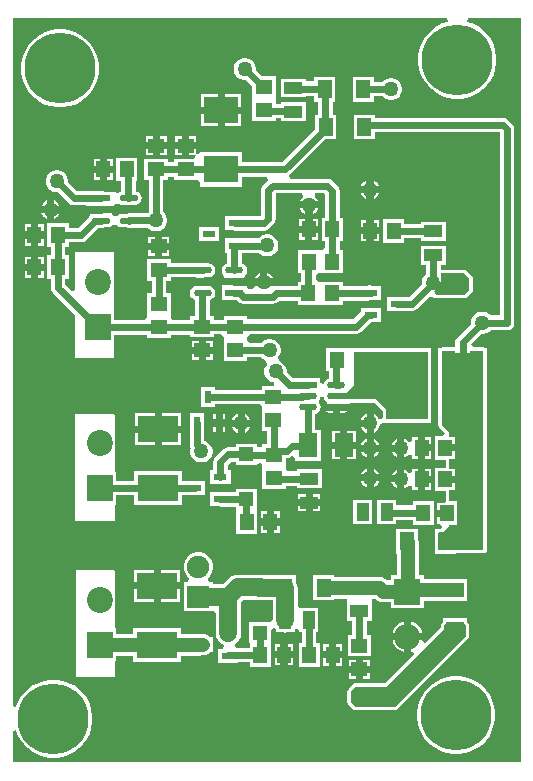
<source format=gtl>
%FSTAX24Y24*%
%MOIN*%
%SFA1B1*%

%IPPOS*%
%AMD26*
4,1,8,0.019200,0.011100,-0.019200,0.011100,-0.030300,0.000000,-0.030300,0.000000,-0.019200,-0.011100,0.019200,-0.011100,0.030300,0.000000,0.030300,0.000000,0.019200,0.011100,0.0*
1,1,0.022200,0.019200,0.000000*
1,1,0.022200,-0.019200,0.000000*
1,1,0.022200,-0.019200,0.000000*
1,1,0.022200,0.019200,0.000000*
%
%AMD28*
4,1,8,0.022400,0.009800,-0.022400,0.009800,-0.032200,0.000000,-0.032200,0.000000,-0.022400,-0.009800,0.022400,-0.009800,0.032200,0.000000,0.032200,0.000000,0.022400,0.009800,0.0*
1,1,0.019600,0.022400,0.000000*
1,1,0.019600,-0.022400,0.000000*
1,1,0.019600,-0.022400,0.000000*
1,1,0.019600,0.022400,0.000000*
%
%ADD25R,0.060600X0.022300*%
G04~CAMADD=26~8~0.0~0.0~606.0~223.0~111.0~0.0~15~0.0~0.0~0.0~0.0~0~0.0~0.0~0.0~0.0~0~0.0~0.0~0.0~0.0~606.0~223.0*
%ADD26D26*%
%ADD27R,0.064500X0.019700*%
G04~CAMADD=28~8~0.0~0.0~645.0~197.0~98.0~0.0~15~0.0~0.0~0.0~0.0~0~0.0~0.0~0.0~0.0~0~0.0~0.0~0.0~0.0~645.0~197.0*
%ADD28D28*%
%ADD29R,0.059100X0.039400*%
%ADD30R,0.039400X0.059100*%
%ADD31R,0.047200X0.059100*%
%ADD32R,0.059100X0.047200*%
%ADD33R,0.118100X0.090600*%
%ADD34R,0.137800X0.090600*%
%ADD35R,0.043300X0.023600*%
%ADD36R,0.023600X0.043300*%
%ADD37R,0.048000X0.047200*%
%ADD38R,0.137800X0.224400*%
%ADD39R,0.055100X0.047200*%
%ADD40R,0.047200X0.055100*%
%ADD41R,0.063000X0.078700*%
%ADD42R,0.047200X0.055100*%
%ADD43R,0.055100X0.047200*%
%ADD67C,0.023600*%
%ADD68C,0.047200*%
%ADD69C,0.059100*%
%ADD70C,0.236200*%
%ADD71C,0.074800*%
%ADD72R,0.074800X0.074800*%
%ADD73C,0.086600*%
%ADD74R,0.086600X0.086600*%
%ADD75C,0.050000*%
%LNpcb_iot_source-1*%
%LPD*%
G36*
X016929Y-00003D02*
X0D01*
Y001021*
X000118Y00104*
X000154Y000928*
X000247Y000746*
X000367Y000581*
X000512Y000436*
X000677Y000316*
X00086Y000223*
X001054Y00016*
X001256Y000128*
X001461*
X001663Y00016*
X001857Y000223*
X002039Y000316*
X002205Y000436*
X002349Y000581*
X002469Y000746*
X002562Y000928*
X002625Y001123*
X002657Y001325*
Y001529*
X002625Y001731*
X002562Y001926*
X002469Y002108*
X002349Y002274*
X002205Y002418*
X002039Y002538*
X001857Y002631*
X001663Y002694*
X001461Y002726*
X001256*
X001054Y002694*
X00086Y002631*
X000677Y002538*
X000512Y002418*
X000367Y002274*
X000247Y002108*
X000154Y001926*
X000118Y001815*
X0Y001833*
Y024774*
X014477*
X014496Y024656*
X014324Y0246*
X014142Y024507*
X013976Y024387*
X013832Y024242*
X013712Y024077*
X013619Y023894*
X013556Y0237*
X013524Y023498*
Y023293*
X013556Y023091*
X013619Y022897*
X013712Y022715*
X013832Y022549*
X013976Y022405*
X014142Y022284*
X014324Y022192*
X014519Y022128*
X014721Y022096*
X014925*
X015127Y022128*
X015322Y022192*
X015504Y022284*
X015669Y022405*
X015814Y022549*
X015934Y022715*
X016027Y022897*
X01609Y023091*
X016122Y023293*
Y023498*
X01609Y0237*
X016027Y023894*
X015934Y024077*
X015814Y024242*
X015669Y024387*
X015504Y024507*
X015322Y0246*
X01515Y024656*
X015168Y024774*
X016929*
Y-00003*
G37*
%LNpcb_iot_source-2*%
%LPC*%
G36*
X010754Y022825D02*
X010045D01*
Y022672*
X009764*
Y022766*
X008937*
Y022136*
X009764*
Y02219*
X010045*
Y021998*
X010178*
Y021565*
X010085*
Y021079*
X008981Y019975*
X007657*
Y020305*
X00624*
Y020278*
X006122Y02022*
Y020324*
Y020404*
X005886*
Y020207*
X006005*
X00611*
X006054Y020089*
X005374*
Y019975*
X005177*
Y020089*
X00439*
Y01938*
X004543*
Y018321*
X004499Y018277*
X003903*
X003878Y018282*
X003786Y018264*
X003768Y018252*
X003641*
X003556Y018235*
X003484Y018188*
X003474Y018173*
X003339*
X003298Y018278*
X003305Y018287*
X002588*
X002595Y018278*
X002551Y018165*
X002544Y018155*
X00218Y01779*
X00186*
Y017943*
X001152*
Y017156*
X001265*
Y01687*
X001152*
Y016083*
X001265*
Y015797*
X001283Y015705*
X001336Y015627*
X002077Y014886*
Y013455*
X003386*
Y014228*
X004478*
Y014114*
X005266*
Y014228*
X005925*
Y014144*
X006713*
Y014242*
X006944*
X007028Y014159*
Y014065*
Y014026*
Y013356*
X007815*
Y01347*
X008283*
X008337Y013416*
X008421Y013368*
X008434Y013364*
X00847Y013232*
X008465Y013228*
X008417Y013144*
X008392Y01305*
Y012954*
X008417Y01286*
X008465Y012776*
X008534Y012707*
X008618Y012659*
X008711Y012634*
X008702Y01252*
X008297*
Y012395*
X006752*
Y012477*
X00628*
Y012177*
X006275Y012154*
Y012143*
X00628Y012119*
Y011808*
X006752*
Y011913*
X008259*
X008297Y011811*
Y011732*
Y011024*
X00846*
Y010581*
X008317*
Y010473*
X008144*
Y010593*
X007427*
Y010479*
X007191*
X007099Y010461*
X007021Y010408*
X006756Y010144*
X006704Y010065*
X006685Y009973*
Y009716*
X006591*
Y009244*
X006903*
X006926Y009239*
X006949Y009244*
X007261*
Y009716*
X007167*
Y009874*
X007291Y009997*
X007427*
Y009884*
X008144*
Y009923*
X008262Y009963*
X008317Y009908*
Y009793*
Y009754*
Y009085*
X009104*
Y009188*
X009469*
Y009104*
X010295*
Y009734*
X009469*
Y00967*
X009188*
X009104Y009754*
Y009872*
Y009911*
Y010104*
X009134*
X009226Y010122*
X009301Y010172*
X009314Y01017*
X009419Y010122*
Y01003*
X010285*
Y011053*
X010085*
Y011579*
X010118Y011585*
X010194Y011636*
X010244Y011712*
X010262Y011801*
X010244Y011891*
X010194Y011967*
Y01201*
X010244Y012086*
X010255Y012138*
X01037*
X010381Y012111*
X010386Y012086*
X010413Y012045*
X010465Y011938*
X010452Y011919*
X011231*
X011238Y011931*
X011259Y011947*
X012066*
X01233Y011682*
Y011434*
X012222Y011397*
X012178Y011472*
X012117Y011533*
X012042Y011576*
X012033Y011578*
Y01127*
Y010961*
X012042Y010963*
X012117Y011007*
X012178Y011068*
X012222Y011143*
X012244Y011226*
Y011242*
X012343Y011289*
X012362*
X013957*
Y011406*
X013959Y011417*
Y013661*
X013957Y013673*
Y01377*
X013889*
X013885Y013773*
X013839Y013782*
X011949*
Y013789*
X01124*
X011161*
X010453*
Y013002*
X010547*
Y012772*
X010512Y012765*
X010436Y012715*
X010386Y012639*
X010376Y012589*
X010265Y0126*
X010258Y012616*
Y012779*
X009894*
X009836Y01279*
X009312*
X009128Y012974*
Y01305*
X009103Y013144*
X009054Y013228*
X008986Y013297*
X008902Y013345*
X008889Y013349*
X008853Y01348*
X008858Y013485*
X008906Y013569*
X008931Y013662*
Y013759*
X008906Y013853*
X008858Y013937*
X008789Y014005*
X008705Y014054*
X008611Y014079*
X008515*
X008421Y014054*
X008337Y014005*
X008283Y013951*
X007898*
X007815Y014035*
Y014144*
X007902Y014257*
X011456*
X011548Y014276*
X011626Y014328*
X011944Y014645*
X011965Y01465*
X012277*
Y015122*
X011965*
X011942Y015127*
X011844*
X01182Y015122*
X011607*
Y01499*
X011356Y014739*
X007815*
Y014852*
X007028*
Y014724*
X006713*
Y014852*
X00656*
Y015393*
X006614Y015404*
X00669Y015455*
X00674Y015531*
X006758Y01562*
X00674Y01571*
X00669Y015786*
X006614Y015836*
X006524Y015854*
X006367*
X006332Y015861*
X006326*
X006291Y015854*
X006141*
X006051Y015836*
X005975Y015786*
X005925Y01571*
X005907Y01562*
X005925Y015531*
X005975Y015455*
X006051Y015404*
X006078Y015399*
Y014852*
X005925*
Y014709*
X005349*
X005266Y014793*
Y014902*
Y014941*
Y01561*
X005113*
Y016029*
X005266*
Y016142*
X006078*
X006154Y016127*
X006332*
X006367Y016134*
X006524*
X006614Y016152*
X00669Y016203*
X00674Y016279*
X006758Y016368*
X00674Y016458*
X00669Y016534*
X006614Y016584*
X006524Y016602*
X006367*
X006332Y016609*
X006215*
X006139Y016624*
X005266*
Y016738*
X004478*
Y016029*
X004631*
Y01561*
X004478*
Y014941*
Y014823*
X004391Y014709*
X003386*
Y01502*
Y016968*
X003356Y016998*
X002077*
Y015721*
X001968Y015676*
X001747Y015897*
Y016083*
X00186*
Y01687*
X001747*
Y017156*
X00186*
Y017308*
X002279*
X002372Y017327*
X00245Y017379*
X002852Y017781*
X002923*
X003015Y017799*
X003027Y017807*
X003039Y017809*
X003041Y017811*
X00317*
X003255Y017828*
X003327Y017875*
X003337Y01789*
X003474*
X003484Y017875*
X003556Y017828*
X003641Y017811*
X00377*
X003772Y017809*
X003865Y017791*
X003868*
X003893Y017796*
X004509*
X004557Y017747*
X004641Y017698*
X004735Y017673*
X004832*
X004926Y017698*
X005009Y017747*
X005078Y017815*
X005126Y017899*
X005152Y017993*
Y01809*
X005126Y018183*
X005078Y018267*
X005024Y018321*
Y01938*
X005177*
Y019493*
X005374*
Y01938*
X006161*
X00624Y019294*
Y019163*
X007657*
Y019493*
X008489*
X008524Y019375*
X008492Y019353*
X008353Y019215*
X008301Y019137*
X008283Y019045*
Y01818*
X007398*
X007375Y018175*
X007064*
Y017703*
X007375*
X007398Y017698*
X008385*
X008477Y017716*
X008556Y017769*
X008694Y017907*
X008746Y017985*
X008764Y018077*
Y018942*
X009652*
X009684Y018824*
X00967Y018816*
X009609Y018755*
X009566Y01868*
X009563Y018671*
X010181*
X010178Y01868*
X010135Y018755*
X010074Y018816*
X01006Y018824*
X010092Y018942*
X010392*
X010419Y018916*
Y01813*
X010305*
Y017343*
X010414*
Y017141*
X01033Y017057*
X010217*
X010177*
X009508*
Y01627*
X009616*
Y015994*
X009498*
Y015841*
X00879*
X008763Y015866*
X008057*
X00806Y015857*
X007992Y015739*
X007827*
X007809Y01585*
X0078Y015876*
X007388*
X006976*
X006967Y01585*
Y015391*
X007304*
X007395Y015373*
X007429Y015379*
X007466*
X007518Y015328*
X007596Y015276*
X007688Y015257*
X00866*
X008752Y015276*
X00883Y015328*
X008862Y01536*
X009498*
Y015207*
X010167*
X010285*
X010325*
X010994*
Y01536*
X011818*
X01191Y015378*
X011921Y015385*
X011942*
X011965Y01539*
X012277*
Y015862*
X011965*
X011942Y015867*
X011844*
X01182Y015862*
X011607*
Y015841*
X010994*
Y015994*
X010325*
X010207*
X010111Y016073*
X010107Y016195*
X010182Y01627*
X010295*
X010335*
X011004*
Y017057*
X010895*
Y017343*
X011014*
Y01813*
X0109*
Y019016*
X010882Y019108*
X01083Y019186*
X010662Y019353*
X010584Y019406*
X010492Y019424*
X009254*
X009218Y019542*
X009251Y019564*
X010425Y020738*
X010793*
Y021565*
X01066*
Y021998*
X010754*
Y022825*
G37*
G36*
X012041D02*
X011333D01*
Y021998*
X012041*
Y022171*
X012329*
X012382Y022117*
X012466Y022068*
X01256Y022043*
X012657*
X01275Y022068*
X012834Y022117*
X012903Y022185*
X012951Y022269*
X012976Y022363*
Y02246*
X012951Y022554*
X012903Y022637*
X012834Y022706*
X01275Y022754*
X012657Y02278*
X01256*
X012466Y022754*
X012382Y022706*
X012329Y022652*
X012041*
Y022825*
G37*
G36*
X007618Y022234D02*
X007067D01*
Y021821*
X007618*
Y022234*
G37*
G36*
X006831D02*
X00628D01*
Y021821*
X006831*
Y022234*
G37*
G36*
X001677Y0244D02*
X001473D01*
X001271Y024368*
X001076Y024304*
X000894Y024212*
X000728Y024091*
X000584Y023947*
X000464Y023781*
X000371Y023599*
X000308Y023405*
X000276Y023203*
Y022998*
X000308Y022796*
X000371Y022602*
X000464Y022419*
X000584Y022254*
X000728Y022109*
X000894Y021989*
X001076Y021896*
X001271Y021833*
X001473Y021801*
X001677*
X001879Y021833*
X002074Y021896*
X002256Y021989*
X002421Y022109*
X002566Y022254*
X002686Y022419*
X002779Y022602*
X002842Y022796*
X002874Y022998*
Y023203*
X002842Y023405*
X002779Y023599*
X002686Y023781*
X002566Y023947*
X002421Y024091*
X002256Y024212*
X002074Y024304*
X001879Y024368*
X001677Y0244*
G37*
G36*
X007785Y023449D02*
X007688D01*
X007594Y023424*
X00751Y023375*
X007442Y023307*
X007393Y023223*
X007368Y023129*
Y023032*
X007393Y022939*
X007442Y022855*
X00751Y022786*
X007594Y022738*
X007688Y022713*
X007764*
X007972Y022504*
Y022175*
Y022057*
Y022018*
Y021348*
X00876*
Y021442*
X008937*
Y021348*
X009764*
Y021978*
X008937*
Y021924*
X00876*
Y022136*
Y022175*
Y022844*
X008313*
X008104Y023053*
Y023129*
X008079Y023223*
X008031Y023307*
X007962Y023375*
X007878Y023424*
X007785Y023449*
G37*
G36*
X007618Y021585D02*
X007067D01*
Y021171*
X007618*
Y021585*
G37*
G36*
X006831D02*
X00628D01*
Y021171*
X006831*
Y021585*
G37*
G36*
X005138Y020837D02*
X004902D01*
Y02064*
X005138*
Y020837*
G37*
G36*
X004665D02*
X004429D01*
Y02064*
X004665*
Y020837*
G37*
G36*
X006122D02*
X005886D01*
Y02064*
X006122*
Y020837*
G37*
G36*
X00565D02*
X005413D01*
Y02064*
X00565*
Y020837*
G37*
G36*
X005138Y020404D02*
X004902D01*
Y020207*
X005138*
Y020404*
G37*
G36*
X004665D02*
X004429D01*
Y020207*
X004665*
Y020404*
G37*
G36*
X00565D02*
X005413D01*
Y020207*
X00565*
Y020404*
G37*
G36*
X003327Y020089D02*
X00313D01*
Y019852*
X003327*
Y020089*
G37*
G36*
X002894D02*
X002697D01*
Y019852*
X002894*
Y020089*
G37*
G36*
X003327Y019616D02*
X00313D01*
Y01938*
X003327*
Y019616*
G37*
G36*
X002894D02*
X002697D01*
Y01938*
X002894*
Y019616*
G37*
G36*
X012028Y019374D02*
Y019183D01*
X012218*
X012216Y019192*
X012173Y019267*
X012111Y019328*
X012036Y019371*
X012028Y019374*
G37*
G36*
X011791D02*
X011783Y019371D01*
X011708Y019328*
X011646Y019267*
X011603Y019192*
X011601Y019183*
X011791*
Y019374*
G37*
G36*
X004154Y020128D02*
X003445D01*
Y019341*
X003616*
Y018995*
X003556Y018984*
X003505Y018949*
X003419Y018976*
X003387Y018996*
X003383*
X003047*
X003039Y019002*
X002946Y01902*
X002137*
X001844Y019313*
Y019389*
X001819Y019483*
X001771Y019567*
X001702Y019635*
X001618Y019684*
X001525Y019709*
X001428*
X001334Y019684*
X00125Y019635*
X001182Y019567*
X001133Y019483*
X001108Y019389*
Y019292*
X001133Y019198*
X001182Y019115*
X00125Y019046*
X001334Y018998*
X001428Y018972*
X001504*
X001867Y018609*
X001945Y018557*
X002037Y018539*
X002457*
X002474Y018527*
X002477Y018524*
X003372*
X003387Y018563*
X003419Y018583*
X003505Y01861*
X003556Y018576*
X003641Y018559*
X003765*
X003768Y018557*
X00386Y018539*
X003865*
X003957Y018557*
X003959Y018559*
X004089*
X004173Y018576*
X004245Y018623*
X004293Y018695*
X004309Y01878*
X004293Y018864*
X004245Y018936*
X004173Y018984*
X004097Y018999*
Y019341*
X004154*
Y020128*
G37*
G36*
X012218Y018947D02*
X012028D01*
Y018756*
X012036Y018759*
X012111Y018802*
X012173Y018863*
X012216Y018938*
X012218Y018947*
G37*
G36*
X011791D02*
X011601D01*
X011603Y018938*
X011646Y018863*
X011708Y018802*
X011783Y018759*
X011791Y018756*
Y018947*
G37*
G36*
X001378Y018704D02*
Y018514D01*
X001569*
X001566Y018523*
X001523Y018598*
X001462Y018659*
X001387Y018702*
X001378Y018704*
G37*
G36*
X001142D02*
X001133Y018702D01*
X001058Y018659*
X000997Y018598*
X000953Y018523*
X000951Y018514*
X001142*
Y018704*
G37*
G36*
X010181Y018435D02*
X00999D01*
Y018244*
X009999Y018247*
X010074Y01829*
X010135Y018351*
X010178Y018426*
X010181Y018435*
G37*
G36*
X009754D02*
X009563D01*
X009566Y018426*
X009609Y018351*
X00967Y01829*
X009745Y018247*
X009754Y018244*
Y018435*
G37*
G36*
X001569Y018278D02*
X001378D01*
Y018087*
X001387Y018089*
X001462Y018133*
X001523Y018194*
X001566Y018269*
X001569Y018278*
G37*
G36*
X001142D02*
X000951D01*
X000953Y018269*
X000997Y018194*
X001058Y018133*
X001133Y018089*
X001142Y018087*
Y018278*
G37*
G36*
X010187Y018091D02*
X00999D01*
Y017854*
X010187*
Y018091*
G37*
G36*
X009754D02*
X009557D01*
Y017854*
X009754*
Y018091*
G37*
G36*
X012224Y018041D02*
X012028D01*
Y017805*
X012224*
Y018041*
G37*
G36*
X011791D02*
X011594D01*
Y017805*
X011791*
Y018041*
G37*
G36*
X001033Y017904D02*
X000837D01*
Y017667*
X001033*
Y017904*
G37*
G36*
X0006D02*
X000404D01*
Y017667*
X0006*
Y017904*
G37*
G36*
X010187Y017618D02*
X00999D01*
Y017382*
X010187*
Y017618*
G37*
G36*
X009754D02*
X009557D01*
Y017382*
X009754*
Y017618*
G37*
G36*
X013051Y018081D02*
X012343D01*
Y017293*
X013051*
Y017436*
X013612*
Y017352*
X014439*
Y017982*
X013612*
Y017918*
X013051*
Y018081*
G37*
G36*
X012224Y017569D02*
X012028D01*
Y017333*
X012224*
Y017569*
G37*
G36*
X011791D02*
X011594D01*
Y017333*
X011791*
Y017569*
G37*
G36*
X006873Y017805D02*
X006204D01*
Y017333*
X006873*
Y017805*
G37*
G36*
X005226Y017486D02*
X00499D01*
Y017289*
X005226*
Y017486*
G37*
G36*
X004754D02*
X004518D01*
Y017289*
X004754*
Y017486*
G37*
G36*
X001033Y017431D02*
X000837D01*
Y017195*
X001033*
Y017431*
G37*
G36*
X0006D02*
X000404D01*
Y017195*
X0006*
Y017431*
G37*
G36*
X005226Y017053D02*
X00499D01*
Y016856*
X005226*
Y017053*
G37*
G36*
X004754D02*
X004518D01*
Y016856*
X004754*
Y017053*
G37*
G36*
X008533Y017573D02*
X008436D01*
X008342Y017548*
X008258Y017499*
X008199Y01744*
X007393*
X00737Y017435*
X007064*
Y016963*
X007152*
Y016593*
X007107Y016584*
X007031Y016534*
X00698Y016458*
X006962Y016368*
X00698Y016279*
X007007Y016238*
X007059Y016131*
X007047Y016112*
X007388*
X007729*
X007717Y016131*
X007769Y016238*
X007796Y016279*
X007814Y016368*
X007796Y016458*
X007745Y016534*
X007669Y016584*
X007634Y016591*
Y016958*
X00821*
X008258Y01691*
X008342Y016862*
X008436Y016837*
X008533*
X008626Y016862*
X00871Y01691*
X008779Y016979*
X008827Y017063*
X008852Y017156*
Y017253*
X008827Y017347*
X008779Y017431*
X00871Y017499*
X008626Y017548*
X008533Y017573*
G37*
G36*
X001033Y016831D02*
X000837D01*
Y016594*
X001033*
Y016831*
G37*
G36*
X0006D02*
X000404D01*
Y016594*
X0006*
Y016831*
G37*
G36*
X001033Y016358D02*
X000837D01*
Y016122*
X001033*
Y016358*
G37*
G36*
X0006D02*
X000404D01*
Y016122*
X0006*
Y016358*
G37*
G36*
X008484Y016293D02*
Y016102D01*
X008675*
X008672Y016111*
X008629Y016186*
X008568Y016247*
X008493Y016291*
X008484Y016293*
G37*
G36*
X008248D02*
X008239Y016291D01*
X008164Y016247*
X008103Y016186*
X00806Y016111*
X008057Y016102*
X008248*
Y016293*
G37*
G36*
X014439Y017195D02*
X013612D01*
Y016565*
X013785*
Y016252*
X01377Y016243*
X013701Y016175*
X013653Y016091*
X013628Y015997*
Y015921*
X013203Y015497*
X012802*
X012779Y015492*
X012467*
Y01502*
X012779*
X012802Y015015*
X013303*
X013395Y015033*
X013473Y015086*
X013884Y015496*
X014018Y015476*
X014042Y01546*
X014057Y01545*
X014103Y015441*
X015059*
X015105Y01545*
X015144Y015476*
X015302Y015633*
X015328Y015672*
X015337Y015718*
Y015719*
Y016112*
X015328Y016158*
X015302Y016197*
X015144Y016355*
X015105Y016381*
X015059Y01639*
X014266*
Y016565*
X014439*
Y017195*
G37*
G36*
X012081Y021565D02*
X011372D01*
Y020738*
X012081*
Y02098*
X016236*
Y014867*
X015929*
X015876Y014921*
X015792Y014969*
X015698Y014994*
X015601*
X015508Y014969*
X015424Y014921*
X015355Y014852*
X015307Y014768*
X015281Y014674*
Y014598*
X01483Y014147*
X014777Y014069*
X014759Y013976*
Y013802*
X014311*
X014265Y013792*
X014231Y01377*
X014193*
Y013693*
X014191Y013681*
Y01122*
X0142Y011174*
X014226Y011135*
X014397Y010965*
X014348Y010846*
X014065*
Y010059*
X014437*
Y009793*
X014065*
Y009006*
X014437*
Y008671*
X014404Y008632*
X014154*
Y008396*
X014469*
Y008159*
X014154*
Y007923*
X014254*
X014308Y007805*
X014262Y007746*
X014075*
Y00762*
X014072Y007608*
Y007057*
X014075Y007045*
Y006919*
X014783*
Y006937*
X015689*
X015735Y006946*
X015774Y006972*
X0158Y007011*
X015809Y007057*
Y013681*
X015807Y013693*
Y01377*
X015769*
X015735Y013792*
X015689Y013802*
X015333*
X015284Y01392*
X015622Y014258*
X015698*
X015792Y014283*
X015876Y014331*
X015929Y014385*
X016432*
X016476Y014376*
X016569Y014395*
X016647Y014447*
X016699Y014525*
X016717Y014617*
Y021082*
X016699Y021174*
X016647Y021252*
X016508Y021391*
X01643Y021443*
X016338Y021461*
X012081*
Y021565*
G37*
G36*
X006673Y014026D02*
X006437D01*
Y013829*
X006673*
Y014026*
G37*
G36*
X006201D02*
X005965D01*
Y013829*
X006201*
Y014026*
G37*
G36*
X006673Y013593D02*
X006437D01*
Y013396*
X006673*
Y013593*
G37*
G36*
X006201D02*
X005965D01*
Y013396*
X006201*
Y013593*
G37*
G36*
X011135Y011683D02*
X010912D01*
Y011607*
X010985*
X011059Y011622*
X011122Y011664*
X011135Y011683*
G37*
G36*
X010675D02*
X010452D01*
X010465Y011664*
X010528Y011622*
X010602Y011607*
X010675*
Y011683*
G37*
G36*
X007083Y011578D02*
X007004D01*
Y011401*
X007083*
Y011578*
G37*
G36*
X006768D02*
X006689D01*
Y011401*
X006768*
Y011578*
G37*
G36*
X011797D02*
X011788Y011576D01*
X011714Y011533*
X011652Y011472*
X011609Y011397*
X011607Y011388*
X011797*
Y011578*
G37*
G36*
X007736D02*
Y011388D01*
X007927*
X007924Y011397*
X007881Y011472*
X00782Y011533*
X007745Y011576*
X007736Y011578*
G37*
G36*
X0075D02*
X007491Y011576D01*
X007416Y011533*
X007355Y011472*
X007312Y011397*
X007309Y011388*
X0075*
Y011578*
G37*
G36*
X00562Y01161D02*
X00497D01*
Y011197*
X00562*
Y01161*
G37*
G36*
X004734D02*
X004085D01*
Y011197*
X004734*
Y01161*
G37*
G36*
X007083Y011164D02*
X007004D01*
Y010987*
X007083*
Y011164*
G37*
G36*
X006768D02*
X006689D01*
Y010987*
X006768*
Y011164*
G37*
G36*
X011797Y011152D02*
X011607D01*
X011609Y011143*
X011652Y011068*
X011714Y011007*
X011788Y010963*
X011797Y010961*
Y011152*
G37*
G36*
X007927D02*
X007736D01*
Y010961*
X007745Y010963*
X00782Y011007*
X007881Y011068*
X007924Y011143*
X007927Y011152*
G37*
G36*
X0075D02*
X007309D01*
X007312Y011143*
X007355Y011068*
X007416Y011007*
X007491Y010963*
X0075Y010961*
Y011152*
G37*
G36*
X011427Y011014D02*
X011152D01*
Y010659*
X011427*
Y011014*
G37*
G36*
X010915D02*
X01064D01*
Y010659*
X010915*
Y011014*
G37*
G36*
X013514Y010807D02*
X013317D01*
Y010672*
X013199Y01064*
X013196Y010645*
X013135Y010706*
X01306Y010749*
X013051Y010752*
Y010443*
Y010134*
X01306Y010137*
X013135Y01018*
X013196Y010241*
X013199Y010246*
X013317Y010214*
Y010098*
X013514*
Y010453*
Y010807*
G37*
G36*
X013947D02*
X01375D01*
Y010571*
X013947*
Y010807*
G37*
G36*
X012815Y010752D02*
X012806Y010749D01*
X012731Y010706*
X01267Y010645*
X012627Y01057*
X012624Y010561*
X012815*
Y010752*
G37*
G36*
X012033D02*
Y010561D01*
X012224*
X012222Y01057*
X012178Y010645*
X012117Y010706*
X012042Y010749*
X012033Y010752*
G37*
G36*
X011797D02*
X011788Y010749D01*
X011714Y010706*
X011652Y010645*
X011609Y01057*
X011607Y010561*
X011797*
Y010752*
G37*
G36*
X00562Y010961D02*
X00497D01*
Y010547*
X00562*
Y010961*
G37*
G36*
X004734D02*
X004085D01*
Y010547*
X004734*
Y010961*
G37*
G36*
X012815Y010325D02*
X012624D01*
X012627Y010316*
X01267Y010241*
X012731Y01018*
X012806Y010137*
X012815Y010134*
Y010325*
G37*
G36*
X012224D02*
X012033D01*
Y010134*
X012042Y010137*
X012117Y01018*
X012178Y010241*
X012222Y010316*
X012224Y010325*
G37*
G36*
X011797D02*
X011607D01*
X011609Y010316*
X011652Y010241*
X011714Y01018*
X011788Y010137*
X011797Y010134*
Y010325*
G37*
G36*
X013947Y010335D02*
X01375D01*
Y010098*
X013947*
Y010335*
G37*
G36*
X011427Y010423D02*
X011152D01*
Y010069*
X011427*
Y010423*
G37*
G36*
X010915D02*
X01064D01*
Y010069*
X010915*
Y010423*
G37*
G36*
X006382Y011617D02*
X00591D01*
Y011306*
X005905Y011283*
Y010554*
X005923Y010461*
X00594Y010437*
X005925Y010383*
Y010286*
X00595Y010193*
X005999Y010109*
X006067Y01004*
X006151Y009992*
X006245Y009967*
X006342*
X006435Y009992*
X006519Y01004*
X006588Y010109*
X006636Y010193*
X006661Y010286*
Y010383*
X006636Y010477*
X006588Y010561*
X006519Y010629*
X006435Y010678*
X006387Y010691*
Y011283*
X006382Y011306*
Y011617*
G37*
G36*
X013514Y009754D02*
X013317D01*
Y009648*
X013199Y009616*
X013196Y009621*
X013135Y009682*
X01306Y009726*
X013051Y009728*
Y009419*
Y009111*
X01306Y009113*
X013135Y009156*
X013196Y009217*
X013199Y009222*
X013317Y00919*
Y009045*
X013514*
Y0094*
Y009754*
G37*
G36*
X012033Y009767D02*
Y009577D01*
X012224*
X012222Y009586*
X012178Y009661*
X012117Y009722*
X012042Y009765*
X012033Y009767*
G37*
G36*
X011797D02*
X011788Y009765D01*
X011714Y009722*
X011652Y009661*
X011609Y009586*
X011607Y009577*
X011797*
Y009767*
G37*
G36*
X012815Y009728D02*
X012806Y009726D01*
X012731Y009682*
X01267Y009621*
X012627Y009546*
X012624Y009537*
X012815*
Y009728*
G37*
G36*
X013947Y009754D02*
X01375D01*
Y009518*
X013947*
Y009754*
G37*
G36*
X012224Y009341D02*
X012033D01*
Y00915*
X012042Y009152*
X012117Y009196*
X012178Y009257*
X012222Y009332*
X012224Y009341*
G37*
G36*
X011797D02*
X011607D01*
X011609Y009332*
X011652Y009257*
X011714Y009196*
X011788Y009152*
X011797Y00915*
Y009341*
G37*
G36*
X012815Y009301D02*
X012624D01*
X012627Y009292*
X01267Y009217*
X012731Y009156*
X012806Y009113*
X012815Y009111*
Y009301*
G37*
G36*
X013947Y009281D02*
X01375D01*
Y009045*
X013947*
Y009281*
G37*
G36*
X010256Y008907D02*
X01D01*
Y00875*
X010256*
Y008907*
G37*
G36*
X009764D02*
X009508D01*
Y00875*
X009764*
Y008907*
G37*
G36*
X003366Y011575D02*
X002087D01*
Y008031*
X003396*
Y008559*
X003455*
Y008869*
X004045*
Y008539*
X005659*
Y008869*
X006066*
X006089Y008874*
X006401*
Y009346*
X006089*
X006066Y009351*
X005659*
Y009681*
X004045*
Y009351*
X003455*
Y009661*
X003396*
Y010469*
X003415Y010543*
Y010678*
X003396Y010751*
Y011545*
X003366Y011575*
G37*
G36*
X010256Y008514D02*
X01D01*
Y008356*
X010256*
Y008514*
G37*
G36*
X009764D02*
X009508D01*
Y008356*
X009764*
Y008514*
G37*
G36*
X008898Y008337D02*
X008701D01*
Y0081*
X008898*
Y008337*
G37*
G36*
X008465D02*
X008268D01*
Y0081*
X008465*
Y008337*
G37*
G36*
X011988Y00873D02*
X011358D01*
Y007904*
X011988*
Y00873*
G37*
G36*
X012776D02*
X012146D01*
Y007904*
X012776*
Y008056*
X013327*
Y007884*
X014035*
Y008671*
X013327*
Y008538*
X012776*
Y00873*
G37*
G36*
X008898Y007864D02*
X008701D01*
Y007628*
X008898*
Y007864*
G37*
G36*
X008465D02*
X008268D01*
Y007628*
X008465*
Y007864*
G37*
G36*
X008144Y009093D02*
X007427D01*
Y008981*
X006926*
X006903Y008976*
X006591*
Y008504*
X006903*
X006926Y008499*
X007427*
Y008384*
X007441Y008376*
Y007589*
X00815*
Y008376*
X008144Y008384*
Y009093*
G37*
G36*
X013496Y007746D02*
X012787D01*
Y007356*
X012784Y007333*
X012787Y007309*
Y006919*
X012812*
Y006215*
X012608*
Y00606*
X01249Y006037*
X012485Y006042*
X012411Y006099*
X012325Y006135*
X012232Y006147*
X010726*
Y006203*
X010018*
Y005813*
X010015Y005789*
X010018Y005766*
Y005376*
X010726*
Y005432*
X011134*
X011142Y005317*
Y005314*
Y004687*
X011314*
Y004213*
X011161*
Y003504*
X011949*
Y004213*
X011796*
Y004687*
X011968*
Y005314*
Y005317*
X011975Y005412*
X012094Y005423*
X012106Y005411*
X01218Y005354*
X012266Y005318*
X012358Y005306*
X012608*
Y005112*
X013711*
Y005361*
X014744*
X014767Y005364*
X015157*
Y006073*
X014767*
X014744Y006076*
X013711*
Y006215*
X013527*
Y007305*
X013514Y007398*
X013496Y007442*
Y007746*
G37*
G36*
X005581Y006388D02*
X004931D01*
Y005974*
X005581*
Y006388*
G37*
G36*
X004695D02*
X004045D01*
Y005974*
X004695*
Y006388*
G37*
G36*
X005581Y005738D02*
X004931D01*
Y005325*
X005581*
Y005738*
G37*
G36*
X004695D02*
X004045D01*
Y005325*
X004695*
Y005738*
G37*
G36*
X013278Y004662D02*
Y004281D01*
X013658*
X013636Y004361*
X013569Y004478*
X013474Y004573*
X013357Y00464*
X013278Y004662*
G37*
G36*
X013041D02*
X012962Y00464D01*
X012845Y004573*
X01275Y004478*
X012683Y004361*
X012661Y004281*
X013041*
Y004662*
G37*
G36*
X015157Y004785D02*
X014331D01*
Y004649*
X014305Y004623*
X014279Y004583*
X014269Y004537*
Y004469*
X013756Y003956*
X01365Y004017*
X013658Y004045*
X013278*
Y003665*
X013306Y003673*
X013367Y003567*
X012411Y002611*
X011437*
X011391Y002601*
X011352Y002575*
X011194Y002418*
X011168Y002379*
X011159Y002333*
Y001978*
X011168Y001932*
X011194Y001893*
X011352Y001736*
X011391Y00171*
X011437Y0017*
X012736*
X012782Y00171*
X012821Y001736*
X015184Y004098*
X01521Y004137*
X015219Y004183*
Y004537*
X01521Y004583*
X015184Y004623*
X015157Y004649*
Y004785*
G37*
G36*
X009359Y003908D02*
X009162D01*
Y003672*
X009359*
Y003908*
G37*
G36*
X008926D02*
X008729D01*
Y003672*
X008926*
Y003908*
G37*
G36*
X010984Y003907D02*
X010787D01*
Y003671*
X010984*
Y003907*
G37*
G36*
X010551D02*
X010354D01*
Y003671*
X010551*
Y003907*
G37*
G36*
X013041Y004045D02*
X012661D01*
X012683Y003966*
X01275Y003849*
X012845Y003754*
X012962Y003686*
X013041Y003665*
Y004045*
G37*
G36*
X003376Y006368D02*
X002096D01*
Y002825*
X003406*
Y003333*
X003455*
Y003526*
X004006*
Y003317*
X00562*
Y00353*
X006224*
X006298Y00354*
X006332*
X006424Y003552*
X00651Y003588*
X006585Y003645*
X006597Y003661*
X006666*
Y00378*
X006677Y003805*
X006689Y003898*
X006677Y00399*
X006666Y004016*
Y004134*
X006597*
X006585Y00415*
X00651Y004207*
X006424Y004243*
X006332Y004255*
X006233*
X006159Y004245*
X00562*
Y004459*
X004006*
Y004241*
X003455*
Y004435*
X003406*
Y00528*
X003415Y005316*
Y005451*
X003406Y005488*
Y006339*
X003376Y006368*
G37*
G36*
X009359Y003436D02*
X009162D01*
Y0032*
X009359*
Y003436*
G37*
G36*
X008926D02*
X008729D01*
Y0032*
X008926*
Y003436*
G37*
G36*
X010984Y003435D02*
X010787D01*
Y003199*
X010984*
Y003435*
G37*
G36*
X010551D02*
X010354D01*
Y003199*
X010551*
Y003435*
G37*
G36*
X011909Y003386D02*
X011673D01*
Y003189*
X011909*
Y003386*
G37*
G36*
X011437D02*
X011201D01*
Y003189*
X011437*
Y003386*
G37*
G36*
X006256Y006988D02*
X006126D01*
X006001Y006955*
X005889Y00689*
X005797Y006798*
X005732Y006686*
X005699Y006561*
Y006431*
X005732Y006306*
X005797Y006194*
X005885Y006106*
X005884Y006088*
X00585Y005988*
X005699*
Y005004*
X006683*
X006775Y00494*
Y004268*
X006789Y00416*
X006831Y004059*
X006897Y003973*
X006983Y003907*
X007043Y003882*
X007019Y003764*
X006857*
Y003291*
X007526*
Y003316*
X007902*
Y00316*
X008611*
Y003948*
X008606*
Y004395*
X008724Y004447*
X00877Y004405*
Y004301*
X009058*
X009085Y004298*
X009112Y004301*
X0094*
Y004406*
X009458Y004443*
X009557Y004384*
Y004301*
X009636*
Y003947*
X009528*
Y003159*
X010236*
Y003947*
X010118*
Y004301*
X010187*
Y005128*
X00962*
X009557*
X009502Y005223*
Y005789*
X009487Y005897*
X009446Y005998*
X009439Y006007*
Y006203*
X009112*
X009085Y006206*
X008347*
X008338Y00621*
X00823Y006224*
X00751*
X007402Y00621*
X007301Y006168*
X007215Y006102*
X007019Y005906*
X006683*
Y005988*
X006532*
X006498Y006088*
X006497Y006106*
X006585Y006194*
X00665Y006306*
X006683Y006431*
Y006561*
X00665Y006686*
X006585Y006798*
X006493Y00689*
X006381Y006955*
X006256Y006988*
G37*
G36*
X011909Y002953D02*
X011673D01*
Y002756*
X011909*
Y002953*
G37*
G36*
X011437D02*
X011201D01*
Y002756*
X011437*
Y002953*
G37*
G36*
X014886Y002844D02*
X014681D01*
X014479Y002812*
X014285Y002749*
X014103Y002656*
X013937Y002536*
X013792Y002392*
X013672Y002226*
X013579Y002044*
X013516Y00185*
X013484Y001648*
Y001443*
X013516Y001241*
X013579Y001047*
X013672Y000864*
X013792Y000699*
X013937Y000554*
X014103Y000434*
X014285Y000341*
X014479Y000278*
X014681Y000246*
X014886*
X015088Y000278*
X015282Y000341*
X015464Y000434*
X01563Y000554*
X015774Y000699*
X015895Y000864*
X015987Y001047*
X016051Y001241*
X016083Y001443*
Y001648*
X016051Y00185*
X015987Y002044*
X015895Y002226*
X015774Y002392*
X01563Y002536*
X015464Y002656*
X015282Y002749*
X015088Y002812*
X014886Y002844*
G37*
%LNpcb_iot_source-3*%
%LPD*%
G36*
X013839Y011417D02*
X012451D01*
Y011732*
X012116Y012067*
X010689*
Y012283*
X011112*
X011368Y012539*
Y013661*
X013839*
Y011417*
G37*
G36*
X015217Y016112D02*
Y015718D01*
X015059Y015561*
X014103*
X014058Y01567*
X014166Y015779*
X014219Y015857*
X014224Y015883*
X014248Y01592*
X014266Y016012*
Y01627*
X015059*
X015217Y016112*
G37*
G36*
X015689Y007057D02*
X014193D01*
Y007608*
X014331*
X014557Y007835*
Y007884*
X014823*
Y008671*
X014557*
Y009045*
X014734*
Y009281*
X014419*
Y009518*
X014734*
Y009754*
X014557*
Y010098*
X014734*
Y010335*
X014419*
Y010571*
X014734*
Y010807*
X014557*
Y010974*
X014311Y01122*
Y013681*
X014759*
Y01253*
X014777Y012437*
X01483Y012359*
X014908Y012307*
X015Y012289*
X015092Y012307*
X01517Y012359*
X015223Y012437*
X015241Y01253*
Y013681*
X015689*
Y007057*
G37*
G36*
X015098Y004537D02*
Y004183D01*
X012736Y001821*
X011437*
X01128Y001978*
Y002333*
X011437Y00249*
X012461*
X01439Y004419*
Y004537*
X014508Y004656*
X01498*
X015098Y004537*
G37*
G36*
X00814Y005387D02*
X008248Y005372D01*
X008668*
Y004736*
X008642Y004698*
X008558Y004644*
X00789*
Y003935*
X007902*
Y003798*
X007446*
X007414Y003873*
X007413Y003916*
X007487Y003973*
X007553Y004059*
X007595Y00416*
X007609Y004268*
Y005316*
X007683Y00539*
X008132*
X00814Y005387*
G37*
G54D25*
X009836Y012549D03*
X007388Y01562D03*
G54D26*
X009836Y012175D03*
Y011801D03*
X010793D03*
Y012175D03*
Y012549D03*
X006332Y01562D03*
Y016368D03*
X007388D03*
Y015994D03*
G54D27*
X002946Y01878D03*
G54D28*
X002946Y018406D03*
Y018032D03*
X003865D03*
Y01878D03*
G54D29*
X009882Y008632D03*
Y009419D03*
X00935Y021663D03*
Y022451D03*
X011555Y005002D03*
Y005789D03*
X014026Y01688D03*
Y017667D03*
G54D30*
X012461Y008317D03*
X011673D03*
X009872Y004715D03*
X009085D03*
G54D31*
X010439Y021152D03*
X011726D03*
X0104Y022411D03*
X011687D03*
X013142Y007333D03*
X014429D03*
X010372Y005789D03*
X009085D03*
G54D32*
X014744Y005719D03*
Y004431D03*
G54D33*
X006949Y021703D03*
Y019734D03*
G54D34*
X004852Y00911D03*
Y011079D03*
X004813Y003888D03*
Y005856D03*
G54D35*
X006066Y00911D03*
X006926Y00948D03*
Y00874D03*
X012802Y015256D03*
X011942Y014886D03*
Y015626D03*
X006332Y003898D03*
X007192Y004268D03*
Y003528D03*
X006539Y017569D03*
X007398Y017939D03*
Y017199D03*
G54D36*
X006516Y012143D03*
X006886Y011283D03*
X006146D03*
G54D37*
X007785Y010238D03*
Y008738D03*
X008248Y005789D03*
Y004289D03*
G54D38*
X015Y01253D03*
X01315D03*
G54D39*
X008691Y011378D03*
Y012165D03*
X008711Y010226D03*
Y009439D03*
X008366Y021703D03*
Y02249D03*
X007421Y014498D03*
Y013711D03*
X004872Y014468D03*
Y015256D03*
Y016383D03*
Y017171D03*
X011555Y003858D03*
Y003071D03*
G54D40*
X013681Y008278D03*
X014468D03*
X007795Y007982D03*
X008583D03*
X003799Y019734D03*
X003012D03*
X01064Y0156D03*
X009852D03*
X012697Y017687D03*
X011909D03*
X01065Y016663D03*
X009862D03*
X010659Y017736D03*
X009872D03*
X009882Y003553D03*
X010669D03*
X008257Y003554D03*
X009044D03*
G54D41*
X009852Y010541D03*
X011033D03*
G54D42*
X010807Y013396D03*
X011594D03*
X014419Y010453D03*
X013632D03*
X014419Y0094D03*
X013632D03*
X001506Y016476D03*
X000719D03*
X001506Y017549D03*
X000719D03*
G54D43*
X004783Y019734D03*
Y020522D03*
X005768Y019734D03*
Y020522D03*
X006319Y014498D03*
Y013711D03*
G54D67*
X006171Y006594D02*
X006191Y006575D01*
Y006496D02*
Y006575D01*
X01248Y008297D02*
X013661D01*
X013681Y008278*
X012461Y008317D02*
X01248Y008297D01*
X011673Y008327D02*
X011683Y008317D01*
X011673D02*
Y008327D01*
X013996Y015982D02*
X014026Y016012D01*
Y01688*
X013303Y015256D02*
X013996Y015949D01*
Y015982*
X012802Y015256D02*
X013303D01*
X007421Y014498D02*
X011456D01*
X011844Y014886*
X001506Y015797D02*
X002835Y014468D01*
X001506Y015797D02*
Y016476D01*
Y017549*
X004872Y014468D02*
X006319D01*
X002835D02*
X004872D01*
X006146Y010554D02*
X006293Y010406D01*
Y010335D02*
Y010406D01*
X006146Y010554D02*
Y011283D01*
X009872Y017736D02*
Y018553D01*
X011687Y022411D02*
X012608D01*
X007421Y013711D02*
X008563D01*
X007382D02*
X007392Y013701D01*
X015Y01253D02*
Y013976D01*
X01565Y014626*
X016468D02*
X016476Y014617D01*
X01565Y014626D02*
X016468D01*
X011795Y02122D02*
X016338D01*
X016476Y021082*
Y014617D02*
Y021082D01*
X011726Y021152D02*
X011795Y02122D01*
X00876Y013002D02*
X009213Y012549D01*
X009836*
X006886Y011276D02*
X007612D01*
X006886D02*
Y011283D01*
X007612Y011276D02*
X007618Y01127D01*
X010787Y012556D02*
X010794Y012549D01*
X010787Y012556D02*
Y013396D01*
X011844Y014886D02*
X011942D01*
X012707Y017677D02*
X014016D01*
X014026Y017667*
X012697Y017687D02*
X012707Y017677D01*
X006326Y01562D02*
X006332D01*
X006319Y015613D02*
X006326Y01562D01*
X006319Y014498D02*
Y015613D01*
X006412Y014483D02*
X007406D01*
X004783Y018041D02*
Y019734D01*
X003883Y018036D02*
X004779D01*
X004783Y018041*
X003878D02*
X003883Y018036D01*
X003865Y018032D02*
X003868D01*
X003878Y018041*
X004783Y019734D02*
X005768D01*
X006949D02*
D01*
X005768D02*
X006949D01*
X007736Y023081D02*
X008327Y02249D01*
X008366*
X009331Y021683D02*
X00935Y021663D01*
X008366Y021703D02*
X008386Y021683D01*
X009331*
X009081Y019734D02*
X010439Y021093D01*
Y021152*
X006949Y019734D02*
X009081D01*
X001476Y019341D02*
X002037Y01878D01*
X002946*
X008327Y021663D02*
X008366Y021703D01*
X010419Y021171D02*
X010439Y021152D01*
X0104Y022411D02*
X010419Y022392D01*
Y021171D02*
Y022392D01*
X01038Y022431D02*
X0104Y022411D01*
X00937Y022431D02*
X01038D01*
X00935Y022451D02*
X00937Y022431D01*
X007388Y01562D02*
X007566D01*
X007395Y015987D02*
X007684D01*
X007687Y015984D02*
X008366D01*
X00866Y015498D02*
X008762Y0156D01*
X007388Y015994D02*
X007395Y015987D01*
X008762Y0156D02*
X009852D01*
X007684Y015987D02*
X007687Y015984D01*
X007566Y01562D02*
X007688Y015498D01*
X00866*
X007388Y01562D02*
X007395Y015613D01*
X007393Y016375D02*
Y017199D01*
X010794Y012549D02*
X010879D01*
X010886Y012556*
X009844Y010533D02*
Y011794D01*
X009836Y011801D02*
X009838D01*
X009844Y011794*
X009833Y010522D02*
X009844Y010533D01*
X002279Y017549D02*
X002752Y018022D01*
X001506Y017549D02*
X002279D01*
X002752Y018022D02*
X002923D01*
X002933Y018032D02*
X002946D01*
X002923Y018022D02*
X002933Y018032D01*
X00126Y018396D02*
X001266Y018389D01*
X008366Y02249D02*
X008406D01*
X001266Y018389D02*
X002953D01*
X002946Y018396D02*
X002953Y018389D01*
X002946Y018396D02*
Y018406D01*
X003848Y019852D02*
X003857Y019844D01*
X00386Y01878D02*
X003865D01*
X003857Y018783D02*
X00386Y01878D01*
X003857Y018783D02*
Y019844D01*
X007398Y017199D02*
X008478D01*
X008484Y017205*
X006926Y00948D02*
Y009973D01*
X007191Y010238D02*
X007785D01*
X006926Y009973D02*
X007191Y010238D01*
X011818Y0156D02*
X011844Y015626D01*
X011942*
X01064Y0156D02*
X011818D01*
X008385Y017939D02*
X008524Y018077D01*
Y019045*
X007398Y017939D02*
X008385D01*
X008662Y019183D02*
X010492D01*
X008524Y019045D02*
X008662Y019183D01*
X010659Y017736D02*
Y019016D01*
X010492Y019183D02*
X010659Y019016D01*
X010655Y017731D02*
X010659Y017736D01*
X010655Y016668D02*
Y017731D01*
X01065Y016663D02*
X010655Y016668D01*
X009857Y015605D02*
Y016658D01*
X009852Y0156D02*
X009857Y015605D01*
Y016658D02*
X009862Y016663D01*
X007393Y017199D02*
X007398D01*
X004872Y016383D02*
X006139D01*
X006154Y016368*
X006332*
X006516Y012154D02*
X00868D01*
X006516Y012143D02*
Y012154D01*
X00868D02*
X008691Y012165D01*
X004872Y015256D02*
Y016383D01*
Y015256D02*
D01*
Y016383D02*
D01*
X010807Y013396D02*
X01081Y013393D01*
X009648Y012165D02*
X009658Y012175D01*
X008691Y012165D02*
X009648D01*
X009658Y012175D02*
X009836D01*
X009311Y010522D02*
X009833D01*
X008711Y010226D02*
X008829Y010344D01*
X009134*
X009311Y010522*
X00872Y009429D02*
X009872D01*
X008711Y009439D02*
X00872Y009429D01*
X009872D02*
X009882Y009419D01*
X008705Y010232D02*
X008711Y010226D01*
X008701Y010236D02*
X008705Y010232D01*
X008691Y011378D02*
X008701Y011368D01*
Y010236D02*
Y011368D01*
X007785Y010238D02*
X007791Y010232D01*
X008705*
X00779Y007987D02*
Y008733D01*
X007785Y008738D02*
X00779Y008733D01*
Y007987D02*
X007795Y007982D01*
X006926Y00874D02*
X007783D01*
X007785Y008738*
X011555Y005002D02*
D01*
Y003858D02*
Y005002D01*
X009877Y003558D02*
Y00471D01*
X009872Y004715D02*
X009877Y00471D01*
Y003558D02*
X009882Y003553D01*
X004852Y00911D02*
X006066D01*
X002904D02*
X004852D01*
X008254Y003557D02*
X008257Y003554D01*
X008252Y003558D02*
X008254Y003557D01*
X008252Y003558D02*
Y004285D01*
X008248Y004289D02*
X008252Y004285D01*
X007192Y003557D02*
X008254D01*
G54D68*
X013169Y005673D02*
Y007305D01*
X013142Y007333D02*
X013169Y007305D01*
X013159Y005663D02*
X013169Y005673D01*
X013215Y005719D02*
X014744D01*
X013169Y005673D02*
X013215Y005719D01*
X012358Y005663D02*
X013159D01*
X012232Y005789D02*
X012358Y005663D01*
X011555Y005789D02*
X012232D01*
X004809Y003884D02*
X004813Y003888D01*
X002904Y003884D02*
X004809D01*
X004813Y003888D02*
X006224D01*
X006233Y003898*
X006332*
X010372Y005789D02*
X011555D01*
G54D69*
X006191Y005496D02*
X006198Y005489D01*
X007192*
X009085Y005789D02*
D01*
Y004715D02*
Y005789D01*
X008248D02*
X009085D01*
X007192Y004268D02*
Y005489D01*
X00751Y005807*
X00823*
G54D70*
X001358Y001427D03*
X001575Y0231D03*
X014823Y023396D03*
X014783Y001545D03*
G54D71*
X006191Y006496D03*
G54D72*
X006191Y005496D03*
G54D73*
X002904Y01061D03*
X002835Y015969D03*
X002904Y005384D03*
X013159Y004163D03*
G54D74*
X002904Y00911D03*
X002835Y014468D03*
X002904Y003884D03*
X013159Y005663D03*
G54D75*
X013996Y015949D03*
X011909Y019065D03*
X006293Y010335D03*
X009872Y018553D03*
X012608Y022411D03*
X008563Y013711D03*
X01565Y014626D03*
X012461Y002169D03*
X011752D03*
X014862Y015949D03*
X00876Y013002D03*
X007618Y01127D03*
X011915D03*
Y009459D03*
Y010443D03*
X012933D03*
Y009419D03*
X004783Y018041D03*
X007736Y023081D03*
X001476Y019341D03*
X008366Y015984D03*
X00126Y018396D03*
X008484Y017205D03*
M02*
</source>
